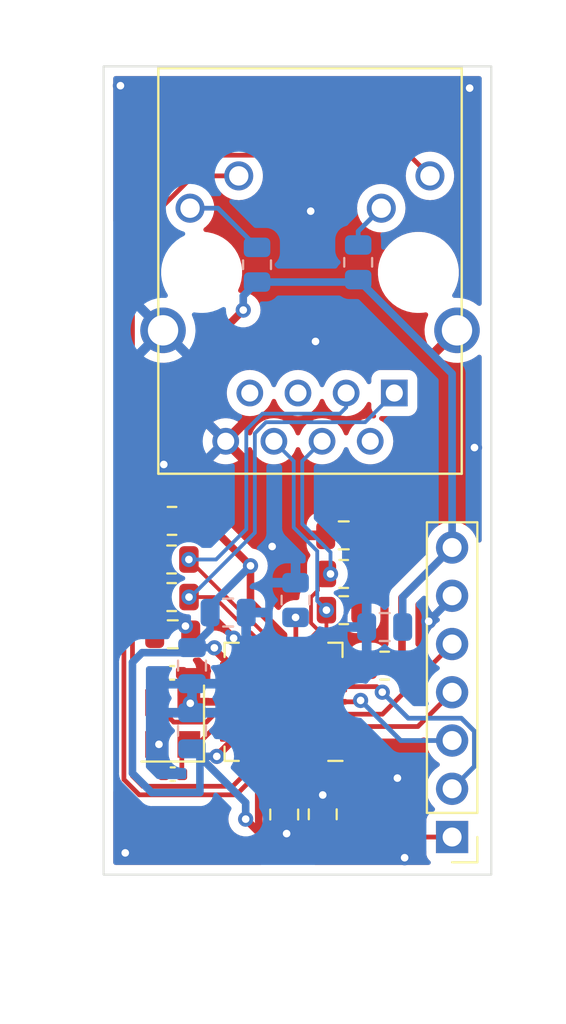
<source format=kicad_pcb>
(kicad_pcb (version 20211014) (generator pcbnew)
  (layers (0 "F.Cu" signal) (31 "B.Cu" signal) (34 "B.Paste" user) (35 "F.Paste" user) (36 "B.SilkS" user "B.Silkscreen") (37 "F.SilkS" user "F.Silkscreen") (38 "B.Mask" user) (39 "F.Mask" user) (44 "Edge.Cuts" user))
  (net 0 "")
  (net 1 "+3.3V")
  (net 2 "GND")
  (net 3 "Net-(C8-Pad1)")
  (net 4 "Net-(C9-Pad1)")
  (net 5 "Net-(C10-Pad1)")
  (net 6 "Net-(J1-Pad1)")
  (net 7 "Net-(J1-Pad2)")
  (net 8 "Net-(J1-Pad3)")
  (net 9 "Net-(J1-Pad4)")
  (net 10 "Net-(J1-Pad5)")
  (net 11 "Net-(R1-Pad2)")
  (net 12 "Net-(R2-Pad1)")
  (net 13 "/TPOUT+")
  (net 14 "/TPOUT-")
  (net 15 "/TPIN+")
  (net 16 "/TPIN-")
  (net 17 "Net-(R7-Pad1)")
  (net 18 "Net-(R8-Pad1)")
  (net 20 "Net-(C1-Pad2)")
  (net 21 "Net-(C2-Pad2)")
  (net 22 "/LEDB")
  (net 23 "/LEDA")
  (footprint "customParts:J1B1211CCD" (layer "F.Cu") (at 130.683 67.564 180)
    (fp_text reference "U2" hide)
    (fp_text value "J1B1211CCD")
    (fp_line (start 8 -10.6) (end -8 -10.6) (layer "F.SilkS") (width 0.127))
    (fp_line (start -8 10.75) (end 8 10.75) (layer "F.SilkS") (width 0.127))
    (fp_line (start 8 10.75) (end 8 -10.6) (layer "F.SilkS") (width 0.127))
    (fp_line (start -8 -10.6) (end -8 10.75) (layer "F.SilkS") (width 0.127))
    (pad "" np_thru_hole circle (at -5.715 0 180) (size 3.25 3.25) (drill 3.25) (layers *.Cu *.Mask))
    (pad "" np_thru_hole circle (at 5.715 0 180) (size 3.25 3.25) (drill 3.25) (layers *.Cu *.Mask))
    (pad "1" thru_hole rect (at -4.445 -6.35 180) (size 1.408 1.408) (drill 0.9) (layers *.Cu *.Mask) (net 13 "/TPOUT+"))
    (pad "2" thru_hole circle (at -3.175 -8.89 180) (size 1.408 1.408) (drill 0.9) (layers *.Cu *.Mask))
    (pad "3" thru_hole circle (at -1.905 -6.35 180) (size 1.408 1.408) (drill 0.9) (layers *.Cu *.Mask) (net 14 "/TPOUT-"))
    (pad "4" thru_hole circle (at -0.635 -8.89 180) (size 1.408 1.408) (drill 0.9) (layers *.Cu *.Mask) (net 15 "/TPIN+"))
    (pad "5" thru_hole circle (at 0.635 -6.35 180) (size 1.408 1.408) (drill 0.9) (layers *.Cu *.Mask))
    (pad "6" thru_hole circle (at 1.905 -8.89 180) (size 1.408 1.408) (drill 0.9) (layers *.Cu *.Mask) (net 16 "/TPIN-"))
    (pad "7" thru_hole circle (at 3.175 -6.35 180) (size 1.408 1.408) (drill 0.9) (layers *.Cu *.Mask))
    (pad "8" thru_hole circle (at 4.445 -8.89 180) (size 1.408 1.408) (drill 0.9) (layers *.Cu *.Mask) (net 2 "GND"))
    (pad "9" thru_hole circle (at -6.325 5.08 180) (size 1.53 1.53) (drill 1.02) (layers *.Cu *.Mask) (net 23 "/LEDA"))
    (pad "10" thru_hole circle (at -3.758 3.38 180) (size 1.53 1.53) (drill 1.02) (layers *.Cu *.Mask) (net 17 "Net-(R7-Pad1)"))
    (pad "11" thru_hole circle (at 3.758 5.08 180) (size 1.53 1.53) (drill 1.02) (layers *.Cu *.Mask) (net 22 "/LEDB"))
    (pad "12" thru_hole circle (at 6.325 3.38 180) (size 1.53 1.53) (drill 1.02) (layers *.Cu *.Mask) (net 18 "Net-(R8-Pad1)"))
    (pad "13" thru_hole circle (at -7.75 -3.05 180) (size 2.4 2.4) (drill 1.6) (layers *.Cu *.Mask) (net 2 "GND"))
    (pad "14" thru_hole circle (at 7.75 -3.05 180) (size 2.4 2.4) (drill 1.6) (layers *.Cu *.Mask) (net 2 "GND"))
  )
  (footprint "Resistor_SMD:R_0805_2012Metric" (layer "F.Cu") (at 132.461 83.439)
    (fp_text reference "R5" hide)
    (fp_text value "49.9Ω 1%")
    (fp_line (start -0.227064 0.735) (end 0.227064 0.735) (layer "F.SilkS") (width 0.12))
    (fp_line (start -0.227064 -0.735) (end 0.227064 -0.735) (layer "F.SilkS") (width 0.12))
    (pad "1" smd roundrect (at -0.9125 0) (size 1.025 1.4) (layers "F.Cu" "F.Paste" "F.Mask") (roundrect_rratio 0.243902439) (net 15 "/TPIN+"))
    (pad "2" smd roundrect (at 0.9125 0) (size 1.025 1.4) (layers "F.Cu" "F.Paste" "F.Mask") (roundrect_rratio 0.243902439) (net 5 "Net-(C10-Pad1)"))
  )
  (footprint "Capacitor_SMD:C_0805_2012Metric" (layer "F.Cu") (at 129.322 96.102 -90)
    (fp_text reference "C8" hide)
    (fp_text value "10uF")
    (fp_line (start -0.261252 -0.735) (end 0.261252 -0.735) (layer "F.SilkS") (width 0.12))
    (fp_line (start -0.261252 0.735) (end 0.261252 0.735) (layer "F.SilkS") (width 0.12))
    (pad "1" smd roundrect (at -0.95 0 270) (size 1 1.45) (layers "F.Cu" "F.Paste" "F.Mask") (net 3 "Net-(C8-Pad1)"))
    (pad "2" smd roundrect (at 0.95 0 270) (size 1 1.45) (layers "F.Cu" "F.Paste" "F.Mask") (net 2 "GND"))
  )
  (footprint "Resistor_SMD:R_0805_2012Metric" (layer "F.Cu") (at 123.389591 84.655067 180)
    (fp_text reference "R3" hide)
    (fp_text value "49.9Ω 1%")
    (fp_line (start -0.227064 0.735) (end 0.227064 0.735) (layer "F.SilkS") (width 0.12))
    (fp_line (start -0.227064 -0.735) (end 0.227064 -0.735) (layer "F.SilkS") (width 0.12))
    (pad "1" smd roundrect (at -0.9125 0 180) (size 1.025 1.4) (layers "F.Cu" "F.Paste" "F.Mask") (roundrect_rratio 0.243902439) (net 13 "/TPOUT+"))
    (pad "2" smd roundrect (at 0.9125 0 180) (size 1.025 1.4) (layers "F.Cu" "F.Paste" "F.Mask") (roundrect_rratio 0.243902439) (net 4 "Net-(C9-Pad1)"))
  )
  (footprint "Resistor_SMD:R_0805_2012Metric" (layer "F.Cu") (at 123.4065 80.645 180)
    (fp_text reference "FB1" hide)
    (fp_text value "80mA")
    (fp_line (start -0.227064 0.735) (end 0.227064 0.735) (layer "F.SilkS") (width 0.12))
    (fp_line (start -0.227064 -0.735) (end 0.227064 -0.735) (layer "F.SilkS") (width 0.12))
    (pad "1" smd roundrect (at -0.9125 0 180) (size 1.025 1.4) (layers "F.Cu" "F.Paste" "F.Mask") (roundrect_rratio 0.243902439) (net 1 "+3.3V"))
    (pad "2" smd roundrect (at 0.9125 0 180) (size 1.025 1.4) (layers "F.Cu" "F.Paste" "F.Mask") (roundrect_rratio 0.243902439) (net 4 "Net-(C9-Pad1)"))
  )
  (footprint "Capacitor_SMD:C_0805_2012Metric" (layer "F.Cu") (at 131.354 96.09 90)
    (fp_text reference "C5" hide)
    (fp_text value "10uF")
    (fp_line (start -0.261252 -0.735) (end 0.261252 -0.735) (layer "F.SilkS") (width 0.12))
    (fp_line (start -0.261252 0.735) (end 0.261252 0.735) (layer "F.SilkS") (width 0.12))
    (pad "1" smd roundrect (at -0.95 0 90) (size 1 1.45) (layers "F.Cu" "F.Paste" "F.Mask") (net 1 "+3.3V"))
    (pad "2" smd roundrect (at 0.95 0 90) (size 1 1.45) (layers "F.Cu" "F.Paste" "F.Mask") (net 2 "GND"))
  )
  (footprint "Resistor_SMD:R_0805_2012Metric" (layer "F.Cu") (at 123.383 82.677)
    (fp_text reference "R4" hide)
    (fp_text value "49.9Ω 1%")
    (fp_line (start -0.227064 -0.735) (end 0.227064 -0.735) (layer "F.SilkS") (width 0.12))
    (fp_line (start -0.227064 0.735) (end 0.227064 0.735) (layer "F.SilkS") (width 0.12))
    (pad "1" smd roundrect (at -0.9125 0) (size 1.025 1.4) (layers "F.Cu" "F.Paste" "F.Mask") (roundrect_rratio 0.243902439) (net 4 "Net-(C9-Pad1)"))
    (pad "2" smd roundrect (at 0.9125 0) (size 1.025 1.4) (layers "F.Cu" "F.Paste" "F.Mask") (roundrect_rratio 0.243902439) (net 14 "/TPOUT-"))
  )
  (footprint "Resistor_SMD:R_0805_2012Metric" (layer "F.Cu") (at 132.461 85.344 180)
    (fp_text reference "R6" hide)
    (fp_text value "49.9Ω 1%")
    (fp_line (start -0.227064 0.735) (end 0.227064 0.735) (layer "F.SilkS") (width 0.12))
    (fp_line (start -0.227064 -0.735) (end 0.227064 -0.735) (layer "F.SilkS") (width 0.12))
    (pad "1" smd roundrect (at -0.9125 0 180) (size 1.025 1.4) (layers "F.Cu" "F.Paste" "F.Mask") (roundrect_rratio 0.243902439) (net 5 "Net-(C10-Pad1)"))
    (pad "2" smd roundrect (at 0.9125 0 180) (size 1.025 1.4) (layers "F.Cu" "F.Paste" "F.Mask") (roundrect_rratio 0.243902439) (net 16 "/TPIN-"))
  )
  (footprint "Capacitor_SMD:C_0402_1005Metric" (layer "F.Cu") (at 123.416 88.646 180)
    (fp_text reference "C1" hide)
    (fp_text value "18pf")
    (fp_line (start -0.107836 0.36) (end 0.107836 0.36) (layer "F.SilkS") (width 0.12))
    (fp_line (start -0.107836 -0.36) (end 0.107836 -0.36) (layer "F.SilkS") (width 0.12))
    (pad "1" smd roundrect (at -0.48 0 180) (size 0.56 0.62) (layers "F.Cu" "F.Paste" "F.Mask") (net 2 "GND"))
    (pad "2" smd roundrect (at 0.48 0 180) (size 0.56 0.62) (layers "F.Cu" "F.Paste" "F.Mask") (net 20 "Net-(C1-Pad2)"))
  )
  (footprint "Capacitor_SMD:C_0805_2012Metric" (layer "F.Cu") (at 132.461 81.407 180)
    (fp_text reference "C10" hide)
    (fp_text value "0.1uf")
    (fp_line (start -0.261252 -0.735) (end 0.261252 -0.735) (layer "F.SilkS") (width 0.12))
    (fp_line (start -0.261252 0.735) (end 0.261252 0.735) (layer "F.SilkS") (width 0.12))
    (pad "1" smd roundrect (at -0.95 0 180) (size 1 1.45) (layers "F.Cu" "F.Paste" "F.Mask") (net 5 "Net-(C10-Pad1)"))
    (pad "2" smd roundrect (at 0.95 0 180) (size 1 1.45) (layers "F.Cu" "F.Paste" "F.Mask") (net 2 "GND"))
  )
  (footprint "Resistor_SMD:R_0805_2012Metric" (layer "F.Cu") (at 134.62 88.265 180)
    (fp_text reference "R1" hide)
    (fp_text value "R_Small")
    (fp_line (start -0.227064 0.735) (end 0.227064 0.735) (layer "F.SilkS") (width 0.12))
    (fp_line (start -0.227064 -0.735) (end 0.227064 -0.735) (layer "F.SilkS") (width 0.12))
    (pad "1" smd roundrect (at -0.9125 0 180) (size 1.025 1.4) (layers "F.Cu" "F.Paste" "F.Mask") (roundrect_rratio 0.243902439) (net 1 "+3.3V"))
    (pad "2" smd roundrect (at 0.9125 0 180) (size 1.025 1.4) (layers "F.Cu" "F.Paste" "F.Mask") (roundrect_rratio 0.243902439) (net 11 "Net-(R1-Pad2)"))
  )
  (footprint "Capacitor_SMD:C_0805_2012Metric" (layer "F.Cu") (at 123.444 86.614)
    (fp_text reference "C9" hide)
    (fp_text value "0.1uf")
    (fp_line (start -0.261252 0.735) (end 0.261252 0.735) (layer "F.SilkS") (width 0.12))
    (fp_line (start -0.261252 -0.735) (end 0.261252 -0.735) (layer "F.SilkS") (width 0.12))
    (pad "1" smd roundrect (at -0.95 0) (size 1 1.45) (layers "F.Cu" "F.Paste" "F.Mask") (net 4 "Net-(C9-Pad1)"))
    (pad "2" smd roundrect (at 0.95 0) (size 1 1.45) (layers "F.Cu" "F.Paste" "F.Mask") (net 2 "GND"))
  )
  (footprint "Capacitor_SMD:C_0402_1005Metric" (layer "F.Cu") (at 123.444 93.98)
    (fp_text reference "C2" hide)
    (fp_text value "18pf")
    (fp_line (start -0.107836 -0.36) (end 0.107836 -0.36) (layer "F.SilkS") (width 0.12))
    (fp_line (start -0.107836 0.36) (end 0.107836 0.36) (layer "F.SilkS") (width 0.12))
    (pad "1" smd roundrect (at -0.48 0) (size 0.56 0.62) (layers "F.Cu" "F.Paste" "F.Mask") (net 2 "GND"))
    (pad "2" smd roundrect (at 0.48 0) (size 0.56 0.62) (layers "F.Cu" "F.Paste" "F.Mask") (net 21 "Net-(C2-Pad2)"))
  )
  (footprint "Package_DFN_QFN:QFN-28-1EP_6x6mm_P0.65mm_EP4.25x4.25mm" (layer "F.Cu") (at 129.286 90.17 180)
    (fp_text reference "U1" hide)
    (fp_text value "ENC28J60x-ML")
    (fp_line (start -3.11 3.11) (end -3.11 2.36) (layer "F.SilkS") (width 0.12))
    (fp_line (start 3.11 -3.11) (end 3.11 -2.36) (layer "F.SilkS") (width 0.12))
    (fp_line (start 3.11 3.11) (end 3.11 2.36) (layer "F.SilkS") (width 0.12))
    (fp_line (start -2.36 -3.11) (end -3.11 -3.11) (layer "F.SilkS") (width 0.12))
    (fp_line (start 2.36 3.11) (end 3.11 3.11) (layer "F.SilkS") (width 0.12))
    (fp_line (start -2.36 3.11) (end -3.11 3.11) (layer "F.SilkS") (width 0.12))
    (fp_line (start 2.36 -3.11) (end 3.11 -3.11) (layer "F.SilkS") (width 0.12))
    (pad "1" smd roundrect (at -2.8375 -1.95 180) (size 1.025 0.3) (layers "F.Cu" "F.Paste" "F.Mask"))
    (pad "2" smd roundrect (at -2.8375 -1.3 180) (size 1.025 0.3) (layers "F.Cu" "F.Paste" "F.Mask") (net 9 "Net-(J1-Pad4)"))
    (pad "3" smd roundrect (at -2.8375 -0.65 180) (size 1.025 0.3) (layers "F.Cu" "F.Paste" "F.Mask") (net 10 "Net-(J1-Pad5)"))
    (pad "4" smd roundrect (at -2.8375 0 180) (size 1.025 0.3) (layers "F.Cu" "F.Paste" "F.Mask") (net 8 "Net-(J1-Pad3)"))
    (pad "5" smd roundrect (at -2.8375 0.65 180) (size 1.025 0.3) (layers "F.Cu" "F.Paste" "F.Mask") (net 7 "Net-(J1-Pad2)"))
    (pad "6" smd roundrect (at -2.8375 1.3 180) (size 1.025 0.3) (layers "F.Cu" "F.Paste" "F.Mask") (net 11 "Net-(R1-Pad2)"))
    (pad "7" smd roundrect (at -2.8375 1.95 180) (size 1.025 0.3) (layers "F.Cu" "F.Paste" "F.Mask") (net 2 "GND"))
    (pad "8" smd roundrect (at -1.95 2.8375 180) (size 0.3 1.025) (layers "F.Cu" "F.Paste" "F.Mask") (net 16 "/TPIN-"))
    (pad "9" smd roundrect (at -1.3 2.8375 180) (size 0.3 1.025) (layers "F.Cu" "F.Paste" "F.Mask") (net 15 "/TPIN+"))
    (pad "10" smd roundrect (at -0.65 2.8375 180) (size 0.3 1.025) (layers "F.Cu" "F.Paste" "F.Mask") (net 12 "Net-(R2-Pad1)"))
    (pad "11" smd roundrect (at 0 2.8375 180) (size 0.3 1.025) (layers "F.Cu" "F.Paste" "F.Mask") (net 1 "+3.3V"))
    (pad "12" smd roundrect (at 0.65 2.8375 180) (size 0.3 1.025) (layers "F.Cu" "F.Paste" "F.Mask") (net 14 "/TPOUT-"))
    (pad "13" smd roundrect (at 1.3 2.8375 180) (size 0.3 1.025) (layers "F.Cu" "F.Paste" "F.Mask") (net 13 "/TPOUT+"))
    (pad "14" smd roundrect (at 1.95 2.8375 180) (size 0.3 1.025) (layers "F.Cu" "F.Paste" "F.Mask") (net 2 "GND"))
    (pad "15" smd roundrect (at 2.8375 1.95 180) (size 1.025 0.3) (layers "F.Cu" "F.Paste" "F.Mask") (net 1 "+3.3V"))
    (pad "16" smd roundrect (at 2.8375 1.3 180) (size 1.025 0.3) (layers "F.Cu" "F.Paste" "F.Mask") (net 1 "+3.3V"))
    (pad "17" smd roundrect (at 2.8375 0.65 180) (size 1.025 0.3) (layers "F.Cu" "F.Paste" "F.Mask") (net 2 "GND"))
    (pad "18" smd roundrect (at 2.8375 0 180) (size 1.025 0.3) (layers "F.Cu" "F.Paste" "F.Mask") (net 2 "GND"))
    (pad "19" smd roundrect (at 2.8375 -0.65 180) (size 1.025 0.3) (layers "F.Cu" "F.Paste" "F.Mask") (net 20 "Net-(C1-Pad2)"))
    (pad "20" smd roundrect (at 2.8375 -1.3 180) (size 1.025 0.3) (layers "F.Cu" "F.Paste" "F.Mask") (net 21 "Net-(C2-Pad2)"))
    (pad "21" smd roundrect (at 2.8375 -1.95 180) (size 1.025 0.3) (layers "F.Cu" "F.Paste" "F.Mask") (net 1 "+3.3V"))
    (pad "22" smd roundrect (at 1.95 -2.8375 180) (size 0.3 1.025) (layers "F.Cu" "F.Paste" "F.Mask") (net 22 "/LEDB"))
    (pad "23" smd roundrect (at 1.3 -2.8375 180) (size 0.3 1.025) (layers "F.Cu" "F.Paste" "F.Mask") (net 23 "/LEDA"))
    (pad "24" smd roundrect (at 0.65 -2.8375 180) (size 0.3 1.025) (layers "F.Cu" "F.Paste" "F.Mask") (net 1 "+3.3V"))
    (pad "25" smd roundrect (at 0 -2.8375 180) (size 0.3 1.025) (layers "F.Cu" "F.Paste" "F.Mask") (net 3 "Net-(C8-Pad1)"))
    (pad "26" smd roundrect (at -0.65 -2.8375 180) (size 0.3 1.025) (layers "F.Cu" "F.Paste" "F.Mask") (net 2 "GND"))
    (pad "27" smd roundrect (at -1.3 -2.8375 180) (size 0.3 1.025) (layers "F.Cu" "F.Paste" "F.Mask"))
    (pad "28" smd roundrect (at -1.95 -2.8375 180) (size 0.3 1.025) (layers "F.Cu" "F.Paste" "F.Mask") (net 6 "Net-(J1-Pad1)"))
    (pad "29" smd rect (at 0 0 180) (size 4.25 4.25) (layers "F.Cu" "F.Mask"))
  )
  (footprint "Connector_PinHeader_2.54mm:PinHeader_1x07_P2.54mm_Vertical" (layer "F.Cu") (at 138.176 97.287 180)
    (fp_text reference "J1" hide)
    (fp_text value "Pin Header")
    (fp_line (start -1.33 1.27) (end -1.33 16.57) (layer "F.SilkS") (width 0.12))
    (fp_line (start -1.33 0) (end -1.33 -1.33) (layer "F.SilkS") (width 0.12))
    (fp_line (start -1.33 1.27) (end 1.33 1.27) (layer "F.SilkS") (width 0.12))
    (fp_line (start 1.33 1.27) (end 1.33 16.57) (layer "F.SilkS") (width 0.12))
    (fp_line (start -1.33 16.57) (end 1.33 16.57) (layer "F.SilkS") (width 0.12))
    (fp_line (start -1.33 -1.33) (end 0 -1.33) (layer "F.SilkS") (width 0.12))
    (pad "1" thru_hole rect (at 0 0 180) (size 1.7 1.7) (drill 1) (layers *.Cu *.Mask) (net 6 "Net-(J1-Pad1)"))
    (pad "2" thru_hole oval (at 0 2.54 180) (size 1.7 1.7) (drill 1) (layers *.Cu *.Mask) (net 7 "Net-(J1-Pad2)"))
    (pad "3" thru_hole oval (at 0 5.08 180) (size 1.7 1.7) (drill 1) (layers *.Cu *.Mask) (net 8 "Net-(J1-Pad3)"))
    (pad "4" thru_hole oval (at 0 7.62 180) (size 1.7 1.7) (drill 1) (layers *.Cu *.Mask) (net 9 "Net-(J1-Pad4)"))
    (pad "5" thru_hole oval (at 0 10.16 180) (size 1.7 1.7) (drill 1) (layers *.Cu *.Mask) (net 10 "Net-(J1-Pad5)"))
    (pad "6" thru_hole oval (at 0 12.7 180) (size 1.7 1.7) (drill 1) (layers *.Cu *.Mask) (net 2 "GND"))
    (pad "7" thru_hole oval (at 0 15.24 180) (size 1.7 1.7) (drill 1) (layers *.Cu *.Mask) (net 1 "+3.3V"))
  )
  (footprint "Crystal:Crystal_SMD_3225-4Pin_3.2x2.5mm" (layer "F.Cu") (at 123.444 91.313 90)
    (fp_text reference "Y1" hide)
    (fp_text value "25MHz")
    (fp_line (start -2 -1.65) (end -2 1.65) (layer "F.SilkS") (width 0.12))
    (fp_line (start -2 1.65) (end 2 1.65) (layer "F.SilkS") (width 0.12))
    (pad "1" smd rect (at -1.1 0.85 90) (size 1.4 1.2) (layers "F.Cu" "F.Paste" "F.Mask") (net 21 "Net-(C2-Pad2)"))
    (pad "2" smd rect (at 1.1 0.85 90) (size 1.4 1.2) (layers "F.Cu" "F.Paste" "F.Mask") (net 2 "GND"))
    (pad "3" smd rect (at 1.1 -0.85 90) (size 1.4 1.2) (layers "F.Cu" "F.Paste" "F.Mask") (net 20 "Net-(C1-Pad2)"))
    (pad "4" smd rect (at -1.1 -0.85 90) (size 1.4 1.2) (layers "F.Cu" "F.Paste" "F.Mask") (net 2 "GND"))
  )
  (footprint "Capacitor_SMD:C_0805_2012Metric" (layer "B.Cu") (at 124.46 88.265 -90)
    (fp_text reference "C6" hide)
    (fp_text value "10uF")
    (fp_line (start -0.261252 0.735) (end 0.261252 0.735) (layer "B.SilkS") (width 0.12))
    (fp_line (start -0.261252 -0.735) (end 0.261252 -0.735) (layer "B.SilkS") (width 0.12))
    (pad "1" smd roundrect (at -0.95 0 270) (size 1 1.45) (layers "B.Cu" "B.Paste" "B.Mask") (net 1 "+3.3V"))
    (pad "2" smd roundrect (at 0.95 0 270) (size 1 1.45) (layers "B.Cu" "B.Paste" "B.Mask") (net 2 "GND"))
  )
  (footprint "Capacitor_SMD:C_0805_2012Metric" (layer "B.Cu") (at 124.46 91.694 90)
    (fp_text reference "C7" hide)
    (fp_text value "10uF")
    (fp_line (start -0.261252 -0.735) (end 0.261252 -0.735) (layer "B.SilkS") (width 0.12))
    (fp_line (start -0.261252 0.735) (end 0.261252 0.735) (layer "B.SilkS") (width 0.12))
    (pad "1" smd roundrect (at -0.95 0 90) (size 1 1.45) (layers "B.Cu" "B.Paste" "B.Mask") (net 1 "+3.3V"))
    (pad "2" smd roundrect (at 0.95 0 90) (size 1 1.45) (layers "B.Cu" "B.Paste" "B.Mask") (net 2 "GND"))
  )
  (footprint "Capacitor_SMD:C_0805_2012Metric" (layer "B.Cu") (at 126.365 85.471)
    (fp_text reference "C3" hide)
    (fp_text value "10uF")
    (fp_line (start -0.261252 0.735) (end 0.261252 0.735) (layer "B.SilkS") (width 0.12))
    (fp_line (start -0.261252 -0.735) (end 0.261252 -0.735) (layer "B.SilkS") (width 0.12))
    (pad "1" smd roundrect (at -0.95 0) (size 1 1.45) (layers "B.Cu" "B.Paste" "B.Mask") (net 1 "+3.3V"))
    (pad "2" smd roundrect (at 0.95 0) (size 1 1.45) (layers "B.Cu" "B.Paste" "B.Mask") (net 2 "GND"))
  )
  (footprint "Resistor_SMD:R_0805_2012Metric" (layer "B.Cu") (at 129.921 84.8125 90)
    (fp_text reference "R2" hide)
    (fp_text value "2.32k 1%")
    (fp_line (start -0.227064 0.735) (end 0.227064 0.735) (layer "B.SilkS") (width 0.12))
    (fp_line (start -0.227064 -0.735) (end 0.227064 -0.735) (layer "B.SilkS") (width 0.12))
    (pad "1" smd roundrect (at -0.9125 0 90) (size 1.025 1.4) (layers "B.Cu" "B.Paste" "B.Mask") (roundrect_rratio 0.243902439) (net 12 "Net-(R2-Pad1)"))
    (pad "2" smd roundrect (at 0.9125 0 90) (size 1.025 1.4) (layers "B.Cu" "B.Paste" "B.Mask") (roundrect_rratio 0.243902439) (net 2 "GND"))
  )
  (footprint "Resistor_SMD:R_0805_2012Metric" (layer "B.Cu") (at 133.223 67.0325 -90)
    (fp_text reference "R7" hide)
    (fp_text value "1k")
    (fp_line (start -0.227064 -0.735) (end 0.227064 -0.735) (layer "B.SilkS") (width 0.12))
    (fp_line (start -0.227064 0.735) (end 0.227064 0.735) (layer "B.SilkS") (width 0.12))
    (pad "1" smd roundrect (at -0.9125 0 270) (size 1.025 1.4) (layers "B.Cu" "B.Paste" "B.Mask") (roundrect_rratio 0.243902439) (net 17 "Net-(R7-Pad1)"))
    (pad "2" smd roundrect (at 0.9125 0 270) (size 1.025 1.4) (layers "B.Cu" "B.Paste" "B.Mask") (roundrect_rratio 0.243902439) (net 1 "+3.3V"))
  )
  (footprint "Capacitor_SMD:C_0805_2012Metric" (layer "B.Cu") (at 134.62 86.233 180)
    (fp_text reference "C4" hide)
    (fp_text value "10uF")
    (fp_line (start -0.261252 0.735) (end 0.261252 0.735) (layer "B.SilkS") (width 0.12))
    (fp_line (start -0.261252 -0.735) (end 0.261252 -0.735) (layer "B.SilkS") (width 0.12))
    (pad "1" smd roundrect (at -0.95 0 180) (size 1 1.45) (layers "B.Cu" "B.Paste" "B.Mask") (net 1 "+3.3V"))
    (pad "2" smd roundrect (at 0.95 0 180) (size 1 1.45) (layers "B.Cu" "B.Paste" "B.Mask") (net 2 "GND"))
  )
  (footprint "Resistor_SMD:R_0805_2012Metric" (layer "B.Cu") (at 127.889 67.1595 -90)
    (fp_text reference "R8" hide)
    (fp_text value "1k")
    (fp_line (start -0.227064 0.735) (end 0.227064 0.735) (layer "B.SilkS") (width 0.12))
    (fp_line (start -0.227064 -0.735) (end 0.227064 -0.735) (layer "B.SilkS") (width 0.12))
    (pad "1" smd roundrect (at -0.9125 0 270) (size 1.025 1.4) (layers "B.Cu" "B.Paste" "B.Mask") (roundrect_rratio 0.243902439) (net 18 "Net-(R8-Pad1)"))
    (pad "2" smd roundrect (at 0.9125 0 270) (size 1.025 1.4) (layers "B.Cu" "B.Paste" "B.Mask") (roundrect_rratio 0.243902439) (net 1 "+3.3V"))
  )
  (gr_rect (start 140.244 56.72) (end 119.797 99.265) (layer "Edge.Cuts") (width 0.1) (fill none))
  (segment (start 130.399 97.995) (end 131.354 97.04) (width 0.4) (layer "F.Cu") (net 1))
  (segment (start 126.4485 88.22) (end 126.4485 88.87) (width 0.4) (layer "F.Cu") (net 1))
  (segment (start 138.176 82.047) (end 135.5325 84.6905) (width 0.4) (layer "F.Cu") (net 1))
  (segment (start 126.4485 92.12) (end 126.4485 92.3595) (width 0.4) (layer "F.Cu") (net 1))
  (segment (start 129.286 86.656) (end 127.544 84.914) (width 0.4) (layer "F.Cu") (net 1))
  (segment (start 128.636 93.0075) (end 128.636 93.963858) (width 0.4) (layer "F.Cu") (net 1))
  (segment (start 126.4485 92.3595) (end 125.766 93.042) (width 0.4) (layer "F.Cu") (net 1))
  (segment (start 128.620761 97.995) (end 130.399 97.995) (width 0.4) (layer "F.Cu") (net 1))
  (segment (start 127.979429 97.033429) (end 127.979429 97.353668) (width 0.4) (layer "F.Cu") (net 1))
  (segment (start 124.319 80.645) (end 125.18 80.645) (width 0.4) (layer "F.Cu") (net 1))
  (segment (start 127.979429 94.620429) (end 127.979429 97.353668) (width 0.4) (layer "F.Cu") (net 1))
  (segment (start 127.29 96.344) (end 127.979429 97.033429) (width 0.4) (layer "F.Cu") (net 1))
  (segment (start 124.319 72.391) (end 127.163 69.547) (width 0.4) (layer "F.Cu") (net 1))
  (segment (start 125.639 87.327) (end 125.639 87.4105) (width 0.4) (layer "F.Cu") (net 1))
  (segment (start 129.286 87.3325) (end 129.286 86.656) (width 0.4) (layer "F.Cu") (net 1))
  (segment (start 135.5325 84.6905) (end 135.5325 88.265) (width 0.4) (layer "F.Cu") (net 1))
  (segment (start 127.544 84.914) (end 127.544 83.009) (width 0.4) (layer "F.Cu") (net 1))
  (segment (start 128.636 93.963858) (end 127.979429 94.620429) (width 0.4) (layer "F.Cu") (net 1))
  (segment (start 125.639 87.4105) (end 126.4485 88.22) (width 0.4) (layer "F.Cu") (net 1))
  (segment (start 125.18 80.645) (end 127.544 83.009) (width 0.4) (layer "F.Cu") (net 1))
  (segment (start 127.979429 97.353668) (end 128.620761 97.995) (width 0.4) (layer "F.Cu") (net 1))
  (segment (start 124.319 80.645) (end 124.319 72.391) (width 0.4) (layer "F.Cu") (net 1))
  (via (at 127.544 83.009) (size 0.8) (drill 0.4) (layers "F.Cu" "B.Cu") (net 1))
  (via (at 127.29 96.344) (size 0.8) (drill 0.4) (layers "F.Cu" "B.Cu") (net 1))
  (via (at 127.163 69.547) (size 0.8) (drill 0.4) (layers "F.Cu" "B.Cu") (net 1))
  (via (at 125.639 87.327) (size 0.8) (drill 0.4) (layers "F.Cu" "B.Cu") (net 1))
  (via (at 125.766 93.042) (size 0.8) (drill 0.4) (layers "F.Cu" "B.Cu") (net 1))
  (segment (start 125.627 87.315) (end 125.639 87.327) (width 0.4) (layer "B.Cu") (net 1))
  (segment (start 125.415 86.36) (end 124.46 87.315) (width 0.4) (layer "B.Cu") (net 1))
  (segment (start 135.57 86.233) (end 135.57 84.653) (width 0.4) (layer "B.Cu") (net 1))
  (segment (start 125.415 85.471) (end 125.415 85.138) (width 0.4) (layer "B.Cu") (net 1))
  (segment (start 127.163 68.798) (end 127.889 68.072) (width 0.4) (layer "B.Cu") (net 1))
  (segment (start 121.321 93.931) (end 122.337 94.947) (width 0.4) (layer "B.Cu") (net 1))
  (segment (start 124.858 93.042) (end 124.46 92.644) (width 0.4) (layer "B.Cu") (net 1))
  (segment (start 125.766 93.042) (end 124.858 93.042) (width 0.4) (layer "B.Cu") (net 1))
  (segment (start 133.096 68.072) (end 133.223 67.945) (width 0.4) (layer "B.Cu") (net 1))
  (segment (start 124.194 87.581) (end 121.829 87.581) (width 0.4) (layer "B.Cu") (net 1))
  (segment (start 125.415 85.471) (end 125.415 86.36) (width 0.4) (layer "B.Cu") (net 1))
  (segment (start 124.46 92.644) (end 127.29 95.474) (width 0.4) (layer "B.Cu") (net 1))
  (segment (start 121.829 87.581) (end 121.321 88.089) (width 0.4) (layer "B.Cu") (net 1))
  (segment (start 124.877 93.061) (end 124.46 92.644) (width 0.4) (layer "B.Cu") (net 1))
  (segment (start 124.46 87.315) (end 125.627 87.315) (width 0.4) (layer "B.Cu") (net 1))
  (segment (start 124.46 87.315) (end 124.194 87.581) (width 0.4) (layer "B.Cu") (net 1))
  (segment (start 121.321 88.089) (end 121.321 93.931) (width 0.4) (layer "B.Cu") (net 1))
  (segment (start 127.889 68.072) (end 133.096 68.072) (width 0.4) (layer "B.Cu") (net 1))
  (segment (start 135.57 84.653) (end 138.176 82.047) (width 0.4) (layer "B.Cu") (net 1))
  (segment (start 125.415 85.138) (end 127.544 83.009) (width 0.4) (layer "B.Cu") (net 1))
  (segment (start 122.337 94.947) (end 124.877 94.947) (width 0.4) (layer "B.Cu") (net 1))
  (segment (start 127.163 69.547) (end 127.163 68.798) (width 0.4) (layer "B.Cu") (net 1))
  (segment (start 138.176 72.898) (end 133.223 67.945) (width 0.4) (layer "B.Cu") (net 1))
  (segment (start 124.877 94.947) (end 124.877 93.061) (width 0.4) (layer "B.Cu") (net 1))
  (segment (start 127.29 95.474) (end 127.29 96.344) (width 0.4) (layer "B.Cu") (net 1))
  (segment (start 138.176 82.047) (end 138.176 72.898) (width 0.4) (layer "B.Cu") (net 1))
  (segment (start 126.655 86.819) (end 126.8225 86.819) (width 0.4) (layer "F.Cu") (net 2))
  (segment (start 123.896 88.646) (end 123.896 89.815) (width 0.4) (layer "F.Cu") (net 2))
  (segment (start 126.4485 90.17) (end 124.447 90.17) (width 0.4) (layer "F.Cu") (net 2))
  (segment (start 122.964 92.783) (end 122.594 92.413) (width 0.4) (layer "F.Cu") (net 2))
  (segment (start 129.936 93.722) (end 131.354 95.14) (width 0.4) (layer "F.Cu") (net 2))
  (segment (start 123.896 89.815) (end 124.294 90.213) (width 0.4) (layer "F.Cu") (net 2))
  (segment (start 124.447 90.17) (end 124.369 90.248) (width 0.4) (layer "F.Cu") (net 2))
  (segment (start 122.964 93.98) (end 122.964 92.783) (width 0.4) (layer "F.Cu") (net 2))
  (segment (start 129.936 93.0075) (end 129.936 93.722) (width 0.4) (layer "F.Cu") (net 2))
  (segment (start 126.8225 86.819) (end 127.336 87.3325) (width 0.4) (layer "F.Cu") (net 2))
  (via (at 120.686 57.736) (size 0.8) (drill 0.4) (layers "F.Cu" "B.Cu") (net 2))
  (via (at 135.291 94.185) (size 0.8) (drill 0.4) (layers "F.Cu" "B.Cu") (net 2))
  (via (at 124.369 90.248) (size 0.8) (drill 0.4) (layers "F.Cu" "B.Cu") (net 2))
  (via (at 139.355 76.786) (size 0.8) (drill 0.4) (layers "F.Cu" "B.Cu") (net 2))
  (via (at 130.719 64.34) (size 0.8) (drill 0.4) (layers "F.Cu" "B.Cu") (net 2))
  (via (at 139.101 57.863) (size 0.8) (drill 0.4) (layers "F.Cu" "B.Cu") (net 2))
  (via (at 131.354 95.074) (size 0.8) (drill 0.4) (layers "F.Cu" "B.Cu") (net 2))
  (via (at 126.655 86.819) (size 0.8) (drill 0.4) (layers "F.Cu" "B.Cu") (net 2))
  (via (at 128.687 81.993) (size 0.8) (drill 0.4) (layers "F.Cu" "B.Cu") (net 2))
  (via (at 136.942 85.93) (size 0.8) (drill 0.4) (layers "F.Cu" "B.Cu") (net 2))
  (via (at 122.972 77.675) (size 0.8) (drill 0.4) (layers "F.Cu" "B.Cu") (net 2))
  (via (at 124.115 86.184) (size 0.8) (drill 0.4) (layers "F.Cu" "B.Cu") (net 2))
  (via (at 130.973 71.198) (size 0.8) (drill 0.4) (layers "F.Cu" "B.Cu") (net 2))
  (via (at 129.449 97.106) (size 0.8) (drill 0.4) (layers "F.Cu" "B.Cu") (net 2))
  (via (at 122.718 92.407) (size 0.8) (drill 0.4) (layers "F.Cu" "B.Cu") (net 2))
  (via (at 135.672 98.376) (size 0.8) (drill 0.4) (layers "F.Cu" "B.Cu") (net 2))
  (via (at 120.94 98.122) (size 0.8) (drill 0.4) (layers "F.Cu" "B.Cu") (net 2))
  (segment (start 138.176 84.587) (end 138.176 84.696) (width 0.4) (layer "B.Cu") (net 2))
  (segment (start 138.176 84.696) (end 136.942 85.93) (width 0.4) (layer "B.Cu") (net 2))
  (segment (start 129.286 93.0075) (end 129.286 95.116) (width 0.25) (layer "F.Cu") (net 3))
  (segment (start 129.286 95.116) (end 129.322 95.152) (width 0.25) (layer "F.Cu") (net 3))
  (segment (start 122.494 86.614) (end 122.494 80.645) (width 0.4) (layer "F.Cu") (net 4))
  (segment (start 133.411 81.407) (end 133.411 85.3065) (width 0.4) (layer "F.Cu") (net 5))
  (segment (start 133.411 85.3065) (end 133.3735 85.344) (width 0.4) (layer "F.Cu") (net 5))
  (segment (start 131.236 93.0075) (end 135.5155 97.287) (width 0.25) (layer "F.Cu") (net 6))
  (segment (start 135.5155 97.287) (end 138.176 97.287) (width 0.25) (layer "F.Cu") (net 6))
  (segment (start 132.1235 89.52) (end 132.273 89.3705) (width 0.25) (layer "F.Cu") (net 7))
  (segment (start 134.2015 89.3705) (end 134.493 89.662) (width 0.25) (layer "F.Cu") (net 7))
  (segment (start 132.273 89.3705) (end 134.2015 89.3705) (width 0.25) (layer "F.Cu") (net 7))
  (via (at 134.493 89.662) (size 0.8) (drill 0.4) (layers "F.Cu" "B.Cu") (net 7))
  (segment (start 139.351 93.572) (end 138.176 94.747) (width 0.25) (layer "B.Cu") (net 7))
  (segment (start 138.662701 91.032) (end 139.351 91.720299) (width 0.25) (layer "B.Cu") (net 7))
  (segment (start 134.493 89.662) (end 135.863 91.032) (width 0.25) (layer "B.Cu") (net 7))
  (segment (start 135.863 91.032) (end 138.662701 91.032) (width 0.25) (layer "B.Cu") (net 7))
  (segment (start 139.351 91.720299) (end 139.351 93.572) (width 0.25) (layer "B.Cu") (net 7))
  (segment (start 132.1235 90.17) (end 133.2755 90.17) (width 0.25) (layer "F.Cu") (net 8))
  (segment (start 133.2755 90.17) (end 133.35 90.0955) (width 0.25) (layer "F.Cu") (net 8))
  (via (at 133.35 90.0955) (size 0.8) (drill 0.4) (layers "F.Cu" "B.Cu") (net 8))
  (segment (start 135.4615 92.207) (end 138.176 92.207) (width 0.25) (layer "B.Cu") (net 8))
  (segment (start 133.35 90.0955) (end 135.4615 92.207) (width 0.25) (layer "B.Cu") (net 8))
  (segment (start 132.1235 91.47) (end 136.373 91.47) (width 0.25) (layer "F.Cu") (net 9))
  (segment (start 136.373 91.47) (end 138.176 89.667) (width 0.25) (layer "F.Cu") (net 9))
  (segment (start 138.176 87.147173) (end 138.176 87.127) (width 0.25) (layer "F.Cu") (net 10))
  (segment (start 134.503173 90.82) (end 138.176 87.147173) (width 0.25) (layer "F.Cu") (net 10))
  (segment (start 132.1235 90.82) (end 134.503173 90.82) (width 0.25) (layer "F.Cu") (net 10))
  (segment (start 133.7075 88.265) (end 133.1025 88.87) (width 0.25) (layer "F.Cu") (net 11))
  (segment (start 133.1025 88.87) (end 132.1235 88.87) (width 0.25) (layer "F.Cu") (net 11))
  (segment (start 129.936 87.3325) (end 129.936 85.74) (width 0.25) (layer "F.Cu") (net 12))
  (segment (start 129.936 85.74) (end 129.921 85.725) (width 0.25) (layer "F.Cu") (net 12))
  (via (at 129.921 85.725) (size 0.8) (drill 0.4) (layers "F.Cu" "B.Cu") (net 12))
  (segment (start 125.63717 84.655067) (end 124.302091 84.655067) (width 0.2) (layer "F.Cu") (net 13))
  (segment (start 127.502103 86.52) (end 125.63717 84.655067) (width 0.2) (layer "F.Cu") (net 13))
  (segment (start 128.085999 87.232501) (end 128.085999 87.039669) (width 0.2) (layer "F.Cu") (net 13))
  (segment (start 128.085999 87.039669) (end 127.56633 86.52) (width 0.2) (layer "F.Cu") (net 13))
  (segment (start 127.56633 86.52) (end 127.502103 86.52) (width 0.2) (layer "F.Cu") (net 13))
  (segment (start 127.986 87.3325) (end 128.085999 87.232501) (width 0.2) (layer "F.Cu") (net 13))
  (via (at 124.302091 84.655067) (size 0.8) (drill 0.4) (layers "F.Cu" "B.Cu") (net 13))
  (segment (start 127.774 81.268) (end 127.774 76.038129) (width 0.2) (layer "B.Cu") (net 13))
  (segment (start 133.592 75.45) (end 135.128 73.914) (width 0.2) (layer "B.Cu") (net 13))
  (segment (start 127.774 76.038129) (end 128.362129 75.45) (width 0.2) (layer "B.Cu") (net 13))
  (segment (start 124.302091 84.655067) (end 124.386933 84.655067) (width 0.2) (layer "B.Cu") (net 13))
  (segment (start 124.386933 84.655067) (end 127.774 81.268) (width 0.2) (layer "B.Cu") (net 13))
  (segment (start 128.362129 75.45) (end 133.592 75.45) (width 0.2) (layer "B.Cu") (net 13))
  (segment (start 128.636 87.3325) (end 128.536001 87.232501) (width 0.2) (layer "F.Cu") (net 14))
  (segment (start 128.536001 87.232501) (end 128.536001 86.839671) (width 0.2) (layer "F.Cu") (net 14))
  (segment (start 128.21633 86.52) (end 128.202699 86.52) (width 0.2) (layer "F.Cu") (net 14))
  (segment (start 127.688519 86.070019) (end 124.2955 82.677) (width 0.2) (layer "F.Cu") (net 14))
  (segment (start 128.202699 86.52) (end 127.752718 86.070019) (width 0.2) (layer "F.Cu") (net 14))
  (segment (start 128.536001 86.839671) (end 128.21633 86.52) (width 0.2) (layer "F.Cu") (net 14))
  (segment (start 127.752718 86.070019) (end 127.688519 86.070019) (width 0.2) (layer "F.Cu") (net 14))
  (via (at 124.2955 82.677) (size 0.8) (drill 0.4) (layers "F.Cu" "B.Cu") (net 14))
  (segment (start 127.324019 75.851741) (end 128.17574 75.000019) (width 0.2) (layer "B.Cu") (net 14))
  (segment (start 125.728603 82.677) (end 127.324019 81.081584) (width 0.2) (layer "B.Cu") (net 14))
  (segment (start 124.2955 82.677) (end 125.728603 82.677) (width 0.2) (layer "B.Cu") (net 14))
  (segment (start 132.263981 75.000019) (end 132.588 74.676) (width 0.2) (layer "B.Cu") (net 14))
  (segment (start 128.17574 75.000019) (end 132.263981 75.000019) (width 0.2) (layer "B.Cu") (net 14))
  (segment (start 127.324019 81.081584) (end 127.324019 75.851741) (width 0.2) (layer "B.Cu") (net 14))
  (segment (start 132.588 74.676) (end 132.588 73.914) (width 0.2) (layer "B.Cu") (net 14))
  (segment (start 130.786 86.73967) (end 131.00567 86.52) (width 0.2) (layer "F.Cu") (net 15))
  (segment (start 131.0985 84.303683) (end 131.0985 83.889) (width 0.2) (layer "F.Cu") (net 15))
  (segment (start 130.736 86.021817) (end 130.736 84.666183) (width 0.2) (layer "F.Cu") (net 15))
  (segment (start 131.00567 86.52) (end 131.0985 86.52) (width 0.2) (layer "F.Cu") (net 15))
  (segment (start 131.0985 83.889) (end 131.5485 83.439) (width 0.2) (layer "F.Cu") (net 15))
  (segment (start 131.0985 86.344) (end 131.058183 86.344) (width 0.2) (layer "F.Cu") (net 15))
  (segment (start 130.736 84.666183) (end 131.0985 84.303683) (width 0.2) (layer "F.Cu") (net 15))
  (segment (start 131.0985 86.52) (end 131.0985 86.344) (width 0.2) (layer "F.Cu") (net 15))
  (segment (start 131.058183 86.344) (end 130.736 86.021817) (width 0.2) (layer "F.Cu") (net 15))
  (segment (start 130.586 87.3325) (end 130.786 87.1325) (width 0.2) (layer "F.Cu") (net 15))
  (segment (start 130.786 87.1325) (end 130.786 86.73967) (width 0.2) (layer "F.Cu") (net 15))
  (via (at 131.7635 83.439) (size 0.8) (drill 0.4) (layers "F.Cu" "B.Cu") (net 15))
  (segment (start 131.7635 83.439) (end 131.7635 82.2963) (width 0.2) (layer "B.Cu") (net 15))
  (segment (start 131.7635 82.2963) (end 130.273001 80.805801) (width 0.2) (layer "B.Cu") (net 15))
  (segment (start 131.572 83.2475) (end 131.7635 83.439) (width 0.2) (layer "B.Cu") (net 15))
  (segment (start 131.318 76.454) (end 130.273001 77.498999) (width 0.2) (layer "B.Cu") (net 15))
  (segment (start 130.273001 77.498999) (end 130.273001 80.805801) (width 0.2) (layer "B.Cu") (net 15))
  (segment (start 131.5485 87.006397) (end 131.5485 85.344) (width 0.2) (layer "F.Cu") (net 16))
  (segment (start 131.236 85.6565) (end 131.5485 85.344) (width 0.2) (layer "F.Cu") (net 16))
  (segment (start 131.236 87.3325) (end 131.236 87.318897) (width 0.2) (layer "F.Cu") (net 16))
  (segment (start 131.236 87.318897) (end 131.5485 87.006397) (width 0.2) (layer "F.Cu") (net 16))
  (via (at 131.5485 85.344) (size 0.8) (drill 0.4) (layers "F.Cu" "B.Cu") (net 16))
  (segment (start 129.822999 77.498999) (end 129.822999 80.992199) (width 0.2) (layer "B.Cu") (net 16))
  (segment (start 131.064 82.2332) (end 131.064 84.8595) (width 0.2) (layer "B.Cu") (net 16))
  (segment (start 131.064 84.8595) (end 131.5485 85.344) (width 0.2) (layer "B.Cu") (net 16))
  (segment (start 128.778 76.454) (end 129.822999 77.498999) (width 0.2) (layer "B.Cu") (net 16))
  (segment (start 129.822999 80.992199) (end 131.064 82.2332) (width 0.2) (layer "B.Cu") (net 16))
  (segment (start 133.223 66.12) (end 133.223 65.402) (width 0.25) (layer "B.Cu") (net 17))
  (segment (start 133.223 65.402) (end 134.441 64.184) (width 0.25) (layer "B.Cu") (net 17))
  (segment (start 127.889 66.247) (end 125.826 64.184) (width 0.25) (layer "B.Cu") (net 18))
  (segment (start 125.826 64.184) (end 124.358 64.184) (width 0.25) (layer "B.Cu") (net 18))
  (segment (start 122.594 90.213) (end 122.594 88.988) (width 0.25) (layer "F.Cu") (net 20))
  (segment (start 126.4485 90.82) (end 125.637 90.82) (width 0.25) (layer "F.Cu") (net 20))
  (segment (start 122.594 90.336) (end 122.594 90.213) (width 0.25) (layer "F.Cu") (net 20))
  (segment (start 122.594 88.988) (end 122.936 88.646) (width 0.25) (layer "F.Cu") (net 20))
  (segment (start 125.219 91.238) (end 123.496 91.238) (width 0.25) (layer "F.Cu") (net 20))
  (segment (start 123.496 91.238) (end 122.594 90.336) (width 0.25) (layer "F.Cu") (net 20))
  (segment (start 125.637 90.82) (end 125.219 91.238) (width 0.25) (layer "F.Cu") (net 20))
  (segment (start 126.4485 91.47) (end 125.7 91.47) (width 0.25) (layer "F.Cu") (net 21))
  (segment (start 125.7 91.47) (end 124.757 92.413) (width 0.25) (layer "F.Cu") (net 21))
  (segment (start 124.757 92.413) (end 124.294 92.413) (width 0.25) (layer "F.Cu") (net 21))
  (segment (start 123.924 93.98) (end 123.924 92.783) (width 0.25) (layer "F.Cu") (net 21))
  (segment (start 123.924 92.783) (end 124.294 92.413) (width 0.25) (layer "F.Cu") (net 21))
  (segment (start 127.336 93.885) (end 126.606 94.615) (width 0.25) (layer "F.Cu") (net 22))
  (segment (start 126.606 94.615) (end 121.865 94.615) (width 0.25) (layer "F.Cu") (net 22))
  (segment (start 124.516507 62.484) (end 126.925 62.484) (width 0.25) (layer "F.Cu") (net 22))
  (segment (start 121.321 94.071) (end 121.321 65.679507) (width 0.25) (layer "F.Cu") (net 22))
  (segment (start 121.321 65.679507) (end 124.516507 62.484) (width 0.25) (layer "F.Cu") (net 22))
  (segment (start 127.336 93.0075) (end 127.336 93.885) (width 0.25) (layer "F.Cu") (net 22))
  (segment (start 121.865 94.615) (end 121.321 94.071) (width 0.25) (layer "F.Cu") (net 22))
  (segment (start 135.308 61.394) (end 135.382 61.468) (width 0.25) (layer "F.Cu") (net 23))
  (segment (start 127.986 93.871396) (end 126.792396 95.065) (width 0.25) (layer "F.Cu") (net 23))
  (segment (start 127.986 93.0075) (end 127.986 93.871396) (width 0.25) (layer "F.Cu") (net 23))
  (segment (start 124.896111 61.468) (end 125.476 61.468) (width 0.25) (layer "F.Cu") (net 23))
  (segment (start 125.55 61.394) (end 135.308 61.394) (width 0.25) (layer "F.Cu") (net 23))
  (segment (start 135.382 61.468) (end 135.992 61.468) (width 0.25) (layer "F.Cu") (net 23))
  (segment (start 125.476 61.468) (end 125.55 61.394) (width 0.25) (layer "F.Cu") (net 23))
  (segment (start 126.792396 95.065) (end 121.678604 95.065) (width 0.25) (layer "F.Cu") (net 23))
  (segment (start 121.678604 95.065) (end 120.871 94.257396) (width 0.25) (layer "F.Cu") (net 23))
  (segment (start 120.871 65.493111) (end 124.896111 61.468) (width 0.25) (layer "F.Cu") (net 23))
  (segment (start 120.871 94.257396) (end 120.871 65.493111) (width 0.25) (layer "F.Cu") (net 23))
  (segment (start 127.986 93.435685) (end 127.986 93.0075) (width 0.25) (layer "F.Cu") (net 23))
  (segment (start 135.992 61.468) (end 137.008 62.484) (width 0.25) (layer "F.Cu") (net 23))
  (zone (net 2) (net_name "GND") (layers F&B.Cu) (connect_pads (clearance 0.508)) (min_thickness 0.254) (fill yes (thermal_gap 0.508) (thermal_bridge_width 0.508))
    (polygon (pts (xy 142.403 55.323) (xy 144.181 107.139) (xy 114.336 104.472) (xy 119.162 55.069)))
  )
)
</source>
